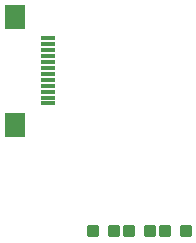
<source format=gbr>
G04 EAGLE Gerber RS-274X export*
G75*
%MOMM*%
%FSLAX34Y34*%
%LPD*%
%INSolderpaste Top*%
%IPPOS*%
%AMOC8*
5,1,8,0,0,1.08239X$1,22.5*%
G01*
%ADD10R,1.300000X0.300000*%
%ADD11R,1.800000X2.000000*%
%ADD12C,0.300000*%


D10*
X35560Y187520D03*
X35560Y182520D03*
X35560Y177520D03*
X35560Y172520D03*
X35560Y167520D03*
X35560Y162520D03*
X35560Y157520D03*
X35560Y152520D03*
X35560Y147520D03*
X35560Y142520D03*
X35560Y137520D03*
X35560Y132520D03*
D11*
X8060Y114520D03*
X8060Y205520D03*
D12*
X155780Y27750D02*
X155780Y20750D01*
X148780Y20750D01*
X148780Y27750D01*
X155780Y27750D01*
X155780Y23600D02*
X148780Y23600D01*
X148780Y26450D02*
X155780Y26450D01*
X138240Y27750D02*
X138240Y20750D01*
X131240Y20750D01*
X131240Y27750D01*
X138240Y27750D01*
X138240Y23600D02*
X131240Y23600D01*
X131240Y26450D02*
X138240Y26450D01*
X125300Y27990D02*
X125300Y20990D01*
X118300Y20990D01*
X118300Y27990D01*
X125300Y27990D01*
X125300Y23840D02*
X118300Y23840D01*
X118300Y26690D02*
X125300Y26690D01*
X107760Y27990D02*
X107760Y20990D01*
X100760Y20990D01*
X100760Y27990D01*
X107760Y27990D01*
X107760Y23840D02*
X100760Y23840D01*
X100760Y26690D02*
X107760Y26690D01*
X94820Y28230D02*
X94820Y21230D01*
X87820Y21230D01*
X87820Y28230D01*
X94820Y28230D01*
X94820Y24080D02*
X87820Y24080D01*
X87820Y26930D02*
X94820Y26930D01*
X77280Y28230D02*
X77280Y21230D01*
X70280Y21230D01*
X70280Y28230D01*
X77280Y28230D01*
X77280Y24080D02*
X70280Y24080D01*
X70280Y26930D02*
X77280Y26930D01*
M02*

</source>
